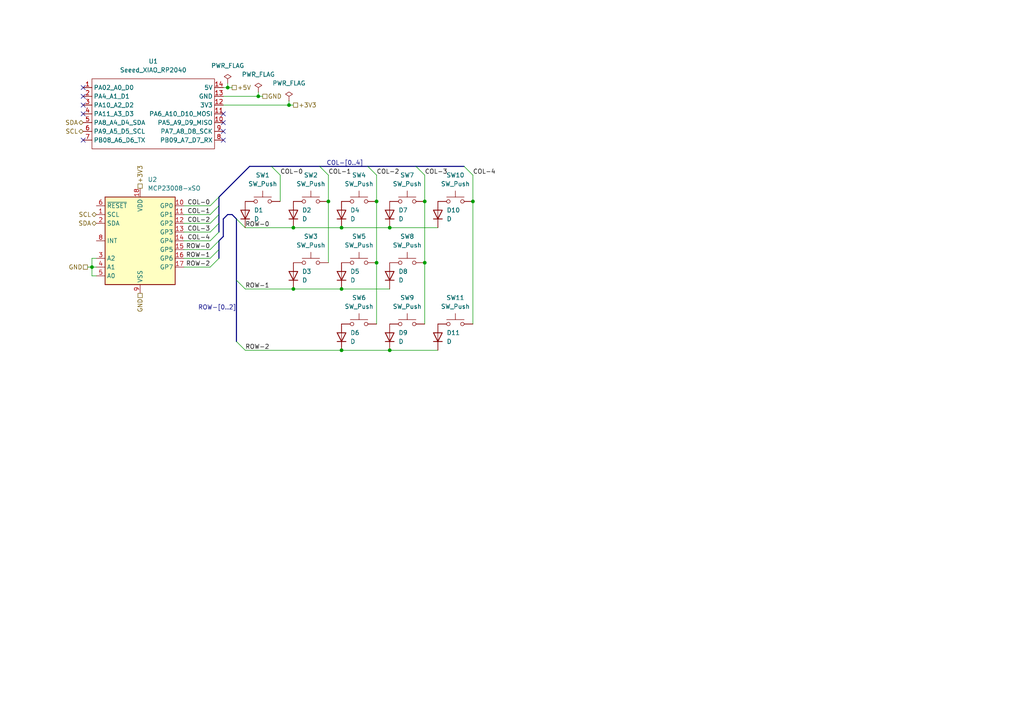
<source format=kicad_sch>
(kicad_sch (version 20231120) (generator "eeschema") (generator_version "8.0")
  (paper "A4")
  (lib_symbols
    (symbol "Device:D" (pin_numbers hide) (pin_names (offset 1.016) hide)
      (property "Reference" "D" (at 0 2.54 0))
      (property "Value" "D" (at 0 -2.54 0))
      (symbol "D_0_1"
        (polyline (pts (xy -1.27 1.27) (xy -1.27 -1.27)) (stroke (width 0.254)))
        (polyline (pts (xy 1.27 0) (xy -1.27 0)))
        (polyline (pts (xy 1.27 1.27) (xy 1.27 -1.27) (xy -1.27 0) (xy 1.27 1.27)) (stroke (width 0.254)))
      )
      (symbol "D_1_1"
        (pin passive line (at -3.81 0 0) (length 2.54) (name "K") (number "1"))
        (pin passive line (at 3.81 0 180) (length 2.54) (name "A") (number "2"))
      )
    )
    (symbol "Interface_Expansion:MCP23008-xSO"
      (property "Reference" "U" (at -8.89 13.97 0))
      (property "Value" "MCP23008-xSO" (at 8.89 13.97 0))
      (symbol "MCP23008-xSO_0_1"
        (rectangle (start -10.16 12.7) (end 10.16 -12.7) (stroke (width 0.254)) (fill (type background)))
      )
      (symbol "MCP23008-xSO_1_1"
        (pin input line (at -12.7 7.62 0) (length 2.54) (name "SCL") (number "1"))
        (pin bidirectional line (at 12.7 10.16 180) (length 2.54) (name "GP0") (number "10"))
        (pin bidirectional line (at 12.7 7.62 180) (length 2.54) (name "GP1") (number "11"))
        (pin bidirectional line (at 12.7 5.08 180) (length 2.54) (name "GP2") (number "12"))
        (pin bidirectional line (at 12.7 2.54 180) (length 2.54) (name "GP3") (number "13"))
        (pin bidirectional line (at 12.7 0 180) (length 2.54) (name "GP4") (number "14"))
        (pin bidirectional line (at 12.7 -2.54 180) (length 2.54) (name "GP5") (number "15"))
        (pin bidirectional line (at 12.7 -5.08 180) (length 2.54) (name "GP6") (number "16"))
        (pin bidirectional line (at 12.7 -7.62 180) (length 2.54) (name "GP7") (number "17"))
        (pin power_in line (at 0 15.24 270) (length 2.54) (name "VDD") (number "18"))
        (pin bidirectional line (at -12.7 5.08 0) (length 2.54) (name "SDA") (number "2"))
        (pin input line (at -12.7 -5.08 0) (length 2.54) (name "A2") (number "3"))
        (pin input line (at -12.7 -7.62 0) (length 2.54) (name "A1") (number "4"))
        (pin input line (at -12.7 -10.16 0) (length 2.54) (name "A0") (number "5"))
        (pin input line (at -12.7 10.16 0) (length 2.54) (name "~{RESET}") (number "6"))
        (pin no_connect line (at -10.16 -2.54 0) (length 2.54) hide (name "NC") (number "7"))
        (pin output line (at -12.7 0 0) (length 2.54) (name "INT") (number "8"))
        (pin power_in line (at 0 -15.24 90) (length 2.54) (name "VSS") (number "9"))
      )
    )
    (symbol "Seeeduino_XIAO_RP2040:MOUDLE-SEEEDUINO-XIAO"
      (property "Reference" "U" (at -16.51 11.43 0))
      (property "Value" "MOUDLE-SEEEDUINO-XIAO" (at -3.81 -11.43 0))
      (symbol "MOUDLE-SEEEDUINO-XIAO_0_1"
        (rectangle (start -16.51 10.16) (end 19.05 -10.16))
      )
      (symbol "MOUDLE-SEEEDUINO-XIAO_1_1"
        (pin passive line (at -19.05 7.62 0) (length 2.54) (name "PA02_A0_D0") (number "1"))
        (pin passive line (at 21.59 -2.54 180) (length 2.54) (name "PA5_A9_D9_MISO") (number "10"))
        (pin passive line (at 21.59 0 180) (length 2.54) (name "PA6_A10_D10_MOSI") (number "11"))
        (pin passive line (at 21.59 2.54 180) (length 2.54) (name "3V3") (number "12"))
        (pin passive line (at 21.59 5.08 180) (length 2.54) (name "GND") (number "13"))
        (pin passive line (at 21.59 7.62 180) (length 2.54) (name "5V") (number "14"))
        (pin passive line (at -19.05 5.08 0) (length 2.54) (name "PA4_A1_D1") (number "2"))
        (pin passive line (at -19.05 2.54 0) (length 2.54) (name "PA10_A2_D2") (number "3"))
        (pin passive line (at -19.05 0 0) (length 2.54) (name "PA11_A3_D3") (number "4"))
        (pin passive line (at -19.05 -2.54 0) (length 2.54) (name "PA8_A4_D4_SDA") (number "5"))
        (pin passive line (at -19.05 -5.08 0) (length 2.54) (name "PA9_A5_D5_SCL") (number "6"))
        (pin passive line (at -19.05 -7.62 0) (length 2.54) (name "PB08_A6_D6_TX") (number "7"))
        (pin passive line (at 21.59 -7.62 180) (length 2.54) (name "PB09_A7_D7_RX") (number "8"))
        (pin passive line (at 21.59 -5.08 180) (length 2.54) (name "PA7_A8_D8_SCK") (number "9"))
      )
    )
    (symbol "Switch:SW_Push" (pin_numbers hide) (pin_names (offset 1.016) hide)
      (property "Reference" "SW" (at 1.27 2.54 0))
      (property "Value" "SW_Push" (at 0 -1.524 0))
      (symbol "SW_Push_0_1"
        (circle (center -2.032 0) (radius 0.508))
        (polyline (pts (xy 0 1.27) (xy 0 3.048)))
        (polyline (pts (xy 2.54 1.27) (xy -2.54 1.27)))
        (circle (center 2.032 0) (radius 0.508))
        (pin passive line (at -5.08 0 0) (length 2.54) (name "1") (number "1"))
        (pin passive line (at 5.08 0 180) (length 2.54) (name "2") (number "2"))
      )
    )
    (symbol "power:PWR_FLAG" (power) (pin_numbers hide) (pin_names (offset 0) hide)
      (property "Value" "PWR_FLAG" (at 0 3.81 0))
      (symbol "PWR_FLAG_0_0"
        (pin power_out line (at 0 0 90) (length 0) (name "~") (number "1"))
      )
      (symbol "PWR_FLAG_0_1"
        (polyline (pts (xy 0 0) (xy 0 1.27) (xy -1.016 1.905) (xy 0 2.54) (xy 1.016 1.905) (xy 0 1.27)))
      )
    )
  )
  (junction (at 85.09 66.04))
  (junction (at 123.19 76.2))
  (junction (at 99.06 101.6))
  (junction (at 113.03 66.04))
  (junction (at 26.67 77.47))
  (junction (at 74.93 27.94))
  (junction (at 99.06 83.82))
  (junction (at 99.06 66.04))
  (junction (at 137.16 58.42))
  (junction (at 123.19 58.42))
  (junction (at 95.25 58.42))
  (junction (at 66.04 25.4))
  (junction (at 113.03 101.6))
  (junction (at 85.09 83.82))
  (junction (at 83.82 30.48))
  (junction (at 109.22 76.2))
  (junction (at 109.22 58.42))
  (no_connect (at 64.77 40.64))
  (no_connect (at 24.13 33.02))
  (no_connect (at 24.13 25.4))
  (no_connect (at 24.13 30.48))
  (no_connect (at 24.13 27.94))
  (no_connect (at 24.13 40.64))
  (no_connect (at 64.77 38.1))
  (no_connect (at 64.77 35.56))
  (no_connect (at 64.77 33.02))
  (bus_entry (at 63.5 64.77) (size -2.54 2.54))
  (bus_entry (at 60.96 74.93) (size 2.54 -2.54))
  (bus_entry (at 63.5 62.23) (size -2.54 2.54))
  (bus_entry (at 63.5 59.69) (size -2.54 2.54))
  (bus_entry (at 63.5 67.31) (size -2.54 2.54))
  (bus_entry (at 63.5 57.15) (size -2.54 2.54))
  (bus_entry (at 120.65 48.26) (size 2.54 2.54))
  (bus_entry (at 68.58 81.28) (size 2.54 2.54))
  (bus_entry (at 68.58 63.5) (size 2.54 2.54))
  (bus_entry (at 60.96 77.47) (size 2.54 -2.54))
  (bus_entry (at 106.68 48.26) (size 2.54 2.54))
  (bus_entry (at 134.62 48.26) (size 2.54 2.54))
  (bus_entry (at 60.96 72.39) (size 2.54 -2.54))
  (bus_entry (at 92.71 48.26) (size 2.54 2.54))
  (bus_entry (at 78.74 48.26) (size 2.54 2.54))
  (bus_entry (at 68.58 99.06) (size 2.54 2.54))
  (bus (pts (xy 68.58 81.28) (xy 68.58 99.06)))
  (wire (pts (xy 26.67 74.93) (xy 26.67 77.47)))
  (bus (pts (xy 64.77 63.5) (xy 64.77 68.58)))
  (wire (pts (xy 123.19 76.2) (xy 123.19 93.98)))
  (wire (pts (xy 137.16 58.42) (xy 137.16 93.98)))
  (wire (pts (xy 64.77 30.48) (xy 83.82 30.48)))
  (bus (pts (xy 63.5 64.77) (xy 63.5 67.31)))
  (bus (pts (xy 63.5 57.15) (xy 72.39 48.26)))
  (wire (pts (xy 26.67 74.93) (xy 27.94 74.93)))
  (bus (pts (xy 92.71 48.26) (xy 106.68 48.26)))
  (wire (pts (xy 66.04 24.13) (xy 66.04 25.4)))
  (bus (pts (xy 63.5 69.85) (xy 63.5 72.39)))
  (bus (pts (xy 66.04 62.23) (xy 64.77 63.5)))
  (wire (pts (xy 83.82 29.21) (xy 83.82 30.48)))
  (wire (pts (xy 74.93 26.67) (xy 74.93 27.94)))
  (wire (pts (xy 109.22 58.42) (xy 109.22 76.2)))
  (bus (pts (xy 63.5 72.39) (xy 63.5 74.93)))
  (wire (pts (xy 71.12 83.82) (xy 85.09 83.82)))
  (wire (pts (xy 99.06 83.82) (xy 113.03 83.82)))
  (wire (pts (xy 109.22 50.8) (xy 109.22 58.42)))
  (wire (pts (xy 113.03 101.6) (xy 127 101.6)))
  (wire (pts (xy 85.09 30.48) (xy 83.82 30.48)))
  (wire (pts (xy 85.09 83.82) (xy 99.06 83.82)))
  (wire (pts (xy 53.34 74.93) (xy 60.96 74.93)))
  (wire (pts (xy 53.34 77.47) (xy 60.96 77.47)))
  (wire (pts (xy 53.34 67.31) (xy 60.96 67.31)))
  (wire (pts (xy 25.4 77.47) (xy 26.67 77.47)))
  (wire (pts (xy 53.34 69.85) (xy 60.96 69.85)))
  (wire (pts (xy 53.34 59.69) (xy 60.96 59.69)))
  (wire (pts (xy 123.19 50.8) (xy 123.19 58.42)))
  (wire (pts (xy 26.67 77.47) (xy 26.67 80.01)))
  (bus (pts (xy 66.04 62.23) (xy 67.31 62.23)))
  (bus (pts (xy 64.77 68.58) (xy 63.5 69.85)))
  (wire (pts (xy 95.25 50.8) (xy 95.25 58.42)))
  (bus (pts (xy 78.74 48.26) (xy 92.71 48.26)))
  (wire (pts (xy 53.34 62.23) (xy 60.96 62.23)))
  (wire (pts (xy 71.12 66.04) (xy 85.09 66.04)))
  (bus (pts (xy 63.5 62.23) (xy 63.5 64.77)))
  (wire (pts (xy 53.34 72.39) (xy 60.96 72.39)))
  (wire (pts (xy 81.28 50.8) (xy 81.28 58.42)))
  (wire (pts (xy 99.06 101.6) (xy 113.03 101.6)))
  (wire (pts (xy 53.34 64.77) (xy 60.96 64.77)))
  (bus (pts (xy 63.5 57.15) (xy 63.5 59.69)))
  (wire (pts (xy 67.31 25.4) (xy 66.04 25.4)))
  (wire (pts (xy 99.06 66.04) (xy 113.03 66.04)))
  (bus (pts (xy 68.58 63.5) (xy 68.58 81.28)))
  (wire (pts (xy 113.03 66.04) (xy 127 66.04)))
  (wire (pts (xy 95.25 58.42) (xy 95.25 76.2)))
  (bus (pts (xy 63.5 59.69) (xy 63.5 62.23)))
  (bus (pts (xy 72.39 48.26) (xy 78.74 48.26)))
  (wire (pts (xy 71.12 101.6) (xy 99.06 101.6)))
  (bus (pts (xy 68.58 63.5) (xy 67.31 62.23)))
  (bus (pts (xy 120.65 48.26) (xy 134.62 48.26)))
  (wire (pts (xy 109.22 76.2) (xy 109.22 93.98)))
  (wire (pts (xy 76.2 27.94) (xy 74.93 27.94)))
  (wire (pts (xy 26.67 80.01) (xy 27.94 80.01)))
  (bus (pts (xy 106.68 48.26) (xy 120.65 48.26)))
  (wire (pts (xy 137.16 50.8) (xy 137.16 58.42)))
  (wire (pts (xy 85.09 66.04) (xy 99.06 66.04)))
  (wire (pts (xy 66.04 25.4) (xy 64.77 25.4)))
  (wire (pts (xy 26.67 77.47) (xy 27.94 77.47)))
  (wire (pts (xy 123.19 58.42) (xy 123.19 76.2)))
  (wire (pts (xy 64.77 27.94) (xy 74.93 27.94)))
  (label "COL-0" (at 81.28 50.8 0))
  (label "ROW-0" (at 60.96 72.39 180))
  (label "ROW-1" (at 60.96 74.93 180))
  (label "ROW-2" (at 71.12 101.6 0))
  (label "COL-0" (at 60.96 59.69 180))
  (label "COL-[0..4]" (at 105.41 48.26 180))
  (label "ROW-[0..2]" (at 68.58 90.17 180))
  (label "ROW-1" (at 71.12 83.82 0))
  (label "COL-2" (at 109.22 50.8 0))
  (label "COL-4" (at 137.16 50.8 0))
  (label "ROW-0" (at 71.12 66.04 0))
  (label "ROW-2" (at 60.96 77.47 180))
  (label "COL-1" (at 95.25 50.8 0))
  (label "COL-4" (at 60.96 69.85 180))
  (label "COL-2" (at 60.96 64.77 180))
  (label "COL-3" (at 60.96 67.31 180))
  (label "COL-1" (at 60.96 62.23 180))
  (label "COL-3" (at 123.19 50.8 0))
  (hierarchical_label "SDA" (shape bidirectional) (at 24.13 35.56 180))
  (hierarchical_label "SCL" (shape bidirectional) (at 24.13 38.1 180))
  (hierarchical_label "SCL" (shape bidirectional) (at 27.94 62.23 180))
  (hierarchical_label "SDA" (shape bidirectional) (at 27.94 64.77 180))
  (hierarchical_label "GND" (shape passive) (at 40.64 85.09 270))
  (hierarchical_label "GND" (shape passive) (at 25.4 77.47 180))
  (hierarchical_label "+5V" (shape passive) (at 67.31 25.4 0))
  (hierarchical_label "GND" (shape passive) (at 76.2 27.94 0))
  (hierarchical_label "+3V3" (shape passive) (at 40.64 54.61 90))
  (hierarchical_label "+3V3" (shape passive) (at 85.09 30.48 0))
  (symbol (lib_id "Device:D") (at 85.09 80.01 90) (unit 1)
    (property "Reference" "D3" (at 87.63 78.7399 90) (effects (justify right)))
    (property "Value" "D" (at 87.63 81.2799 90) (effects (justify right)))
    (property "Footprint" "Diode_SMD:D_0603_1608Metric" (effects (hide yes)))
    (property "Description" "Diode" (effects (hide yes)))
    (property "Sim.Device" "D" (effects (hide yes)))
    (property "Sim.Pins" "1=K 2=A" (effects (hide yes)))
  )
  (symbol (lib_id "Seeeduino_XIAO_RP2040:MOUDLE-SEEEDUINO-XIAO") (at 43.18 33.02 0) (unit 1)
    (property "Reference" "U1" (at 44.45 17.78 0))
    (property "Value" "Seeed_XIAO_RP2040" (at 44.45 20.32 0))
    (property "Footprint" "Seeed_XIAO_RP2040:MOUDLE14P-2.54-21X17.8MM" (effects (hide yes)))
  )
  (symbol (lib_id "power:PWR_FLAG") (at 83.82 29.21 0) (unit 1)
    (property "Reference" "#FLG03" (effects (hide yes)))
    (property "Value" "PWR_FLAG" (at 83.82 24.13 0))
    (property "Description" "Special symbol for telling ERC where power comes from" (effects (hide yes)))
  )
  (symbol (lib_id "Switch:SW_Push") (at 76.2 58.42 0) (unit 1)
    (property "Reference" "SW1" (at 76.2 50.8 0))
    (property "Value" "SW_Push" (at 76.2 53.34 0))
    (property "Footprint" "MX_Hotswap:MX-Hotswap-2U-Vertical-ReversedStabilizers" (effects (hide yes)))
    (property "Description" "Push button switch, generic, two pins" (effects (hide yes)))
  )
  (symbol (lib_id "Interface_Expansion:MCP23008-xSO") (at 40.64 69.85 0) (unit 1)
    (property "Reference" "U2" (at 42.8341 52.07 0) (effects (justify left)))
    (property "Value" "MCP23008-xSO" (at 42.8341 54.61 0) (effects (justify left)))
    (property "Footprint" "Package_SO:SOIC-18W_7.5x11.6mm_P1.27mm" (effects (hide yes)))
    (property "Datasheet" "http://ww1.microchip.com/downloads/en/DeviceDoc/MCP23008-MCP23S08-Data-Sheet-20001919F.pdf" (effects (hide yes)))
    (property "Description" "8-bit I/O expander, I2C, interrupts, SOIC-18" (effects (hide yes)))
  )
  (symbol (lib_id "power:PWR_FLAG") (at 66.04 24.13 0) (unit 1)
    (property "Reference" "#FLG01" (effects (hide yes)))
    (property "Value" "PWR_FLAG" (at 66.04 19.05 0))
    (property "Description" "Special symbol for telling ERC where power comes from" (effects (hide yes)))
  )
  (symbol (lib_id "Switch:SW_Push") (at 104.14 58.42 0) (unit 1)
    (property "Reference" "SW4" (at 104.14 50.8 0))
    (property "Value" "SW_Push" (at 104.14 53.34 0))
    (property "Footprint" "MX_Hotswap:MX-Hotswap-1U" (effects (hide yes)))
    (property "Description" "Push button switch, generic, two pins" (effects (hide yes)))
  )
  (symbol (lib_id "Switch:SW_Push") (at 132.08 93.98 0) (unit 1)
    (property "Reference" "SW11" (at 132.08 86.36 0))
    (property "Value" "SW_Push" (at 132.08 88.9 0))
    (property "Footprint" "MX_Hotswap:MX-Hotswap-1U" (effects (hide yes)))
    (property "Description" "Push button switch, generic, two pins" (effects (hide yes)))
  )
  (symbol (lib_id "Device:D") (at 113.03 97.79 90) (unit 1)
    (property "Reference" "D9" (at 115.57 96.5199 90) (effects (justify right)))
    (property "Value" "D" (at 115.57 99.0599 90) (effects (justify right)))
    (property "Footprint" "Diode_SMD:D_0603_1608Metric" (effects (hide yes)))
    (property "Description" "Diode" (effects (hide yes)))
    (property "Sim.Device" "D" (effects (hide yes)))
    (property "Sim.Pins" "1=K 2=A" (effects (hide yes)))
  )
  (symbol (lib_id "Device:D") (at 99.06 80.01 90) (unit 1)
    (property "Reference" "D5" (at 101.6 78.7399 90) (effects (justify right)))
    (property "Value" "D" (at 101.6 81.2799 90) (effects (justify right)))
    (property "Footprint" "Diode_SMD:D_0603_1608Metric" (effects (hide yes)))
    (property "Description" "Diode" (effects (hide yes)))
    (property "Sim.Device" "D" (effects (hide yes)))
    (property "Sim.Pins" "1=K 2=A" (effects (hide yes)))
  )
  (symbol (lib_id "Device:D") (at 127 62.23 90) (unit 1)
    (property "Reference" "D10" (at 129.54 60.9599 90) (effects (justify right)))
    (property "Value" "D" (at 129.54 63.4999 90) (effects (justify right)))
    (property "Footprint" "Diode_SMD:D_0603_1608Metric" (effects (hide yes)))
    (property "Description" "Diode" (effects (hide yes)))
    (property "Sim.Device" "D" (effects (hide yes)))
    (property "Sim.Pins" "1=K 2=A" (effects (hide yes)))
  )
  (symbol (lib_id "Device:D") (at 99.06 62.23 90) (unit 1)
    (property "Reference" "D4" (at 101.6 60.9599 90) (effects (justify right)))
    (property "Value" "D" (at 101.6 63.4999 90) (effects (justify right)))
    (property "Footprint" "Diode_SMD:D_0603_1608Metric" (effects (hide yes)))
    (property "Description" "Diode" (effects (hide yes)))
    (property "Sim.Device" "D" (effects (hide yes)))
    (property "Sim.Pins" "1=K 2=A" (effects (hide yes)))
  )
  (symbol (lib_id "power:PWR_FLAG") (at 74.93 26.67 0) (unit 1)
    (property "Reference" "#FLG02" (effects (hide yes)))
    (property "Value" "PWR_FLAG" (at 74.93 21.59 0))
    (property "Description" "Special symbol for telling ERC where power comes from" (effects (hide yes)))
  )
  (symbol (lib_id "Switch:SW_Push") (at 118.11 76.2 0) (unit 1)
    (property "Reference" "SW8" (at 118.11 68.58 0))
    (property "Value" "SW_Push" (at 118.11 71.12 0))
    (property "Footprint" "MX_Hotswap:MX-Hotswap-1U" (effects (hide yes)))
    (property "Description" "Push button switch, generic, two pins" (effects (hide yes)))
  )
  (symbol (lib_id "Switch:SW_Push") (at 118.11 58.42 0) (unit 1)
    (property "Reference" "SW7" (at 118.11 50.8 0))
    (property "Value" "SW_Push" (at 118.11 53.34 0))
    (property "Footprint" "MX_Hotswap:MX-Hotswap-1U" (effects (hide yes)))
    (property "Description" "Push button switch, generic, two pins" (effects (hide yes)))
  )
  (symbol (lib_id "Device:D") (at 113.03 80.01 90) (unit 1)
    (property "Reference" "D8" (at 115.57 78.7399 90) (effects (justify right)))
    (property "Value" "D" (at 115.57 81.2799 90) (effects (justify right)))
    (property "Footprint" "Diode_SMD:D_0603_1608Metric" (effects (hide yes)))
    (property "Description" "Diode" (effects (hide yes)))
    (property "Sim.Device" "D" (effects (hide yes)))
    (property "Sim.Pins" "1=K 2=A" (effects (hide yes)))
  )
  (symbol (lib_id "Switch:SW_Push") (at 104.14 93.98 0) (unit 1)
    (property "Reference" "SW6" (at 104.14 86.36 0))
    (property "Value" "SW_Push" (at 104.14 88.9 0))
    (property "Footprint" "MX_Hotswap:MX-Hotswap-1U" (effects (hide yes)))
    (property "Description" "Push button switch, generic, two pins" (effects (hide yes)))
  )
  (symbol (lib_id "Device:D") (at 71.12 62.23 90) (unit 1)
    (property "Reference" "D1" (at 73.66 60.9599 90) (effects (justify right)))
    (property "Value" "D" (at 73.66 63.4999 90) (effects (justify right)))
    (property "Footprint" "Diode_SMD:D_0603_1608Metric" (effects (hide yes)))
    (property "Description" "Diode" (effects (hide yes)))
    (property "Sim.Device" "D" (effects (hide yes)))
    (property "Sim.Pins" "1=K 2=A" (effects (hide yes)))
  )
  (symbol (lib_id "Switch:SW_Push") (at 90.17 58.42 0) (unit 1)
    (property "Reference" "SW2" (at 90.17 50.8 0))
    (property "Value" "SW_Push" (at 90.17 53.34 0))
    (property "Footprint" "MX_Hotswap:MX-Hotswap-1U" (effects (hide yes)))
    (property "Description" "Push button switch, generic, two pins" (effects (hide yes)))
  )
  (symbol (lib_id "Device:D") (at 127 97.79 90) (unit 1)
    (property "Reference" "D11" (at 129.54 96.5199 90) (effects (justify right)))
    (property "Value" "D" (at 129.54 99.0599 90) (effects (justify right)))
    (property "Footprint" "Diode_SMD:D_0603_1608Metric" (effects (hide yes)))
    (property "Description" "Diode" (effects (hide yes)))
    (property "Sim.Device" "D" (effects (hide yes)))
    (property "Sim.Pins" "1=K 2=A" (effects (hide yes)))
  )
  (symbol (lib_id "Switch:SW_Push") (at 132.08 58.42 0) (unit 1)
    (property "Reference" "SW10" (at 132.08 50.8 0))
    (property "Value" "SW_Push" (at 132.08 53.34 0))
    (property "Footprint" "MX_Hotswap:MX-Hotswap-2U-Vertical" (effects (hide yes)))
    (property "Description" "Push button switch, generic, two pins" (effects (hide yes)))
  )
  (symbol (lib_id "Device:D") (at 113.03 62.23 90) (unit 1)
    (property "Reference" "D7" (at 115.57 60.9599 90) (effects (justify right)))
    (property "Value" "D" (at 115.57 63.4999 90) (effects (justify right)))
    (property "Footprint" "Diode_SMD:D_0603_1608Metric" (effects (hide yes)))
    (property "Description" "Diode" (effects (hide yes)))
    (property "Sim.Device" "D" (effects (hide yes)))
    (property "Sim.Pins" "1=K 2=A" (effects (hide yes)))
  )
  (symbol (lib_id "Switch:SW_Push") (at 118.11 93.98 0) (unit 1)
    (property "Reference" "SW9" (at 118.11 86.36 0))
    (property "Value" "SW_Push" (at 118.11 88.9 0))
    (property "Footprint" "MX_Hotswap:MX-Hotswap-1U" (effects (hide yes)))
    (property "Description" "Push button switch, generic, two pins" (effects (hide yes)))
  )
  (symbol (lib_id "Device:D") (at 85.09 62.23 90) (unit 1)
    (property "Reference" "D2" (at 87.63 60.9599 90) (effects (justify right)))
    (property "Value" "D" (at 87.63 63.4999 90) (effects (justify right)))
    (property "Footprint" "Diode_SMD:D_0603_1608Metric" (effects (hide yes)))
    (property "Description" "Diode" (effects (hide yes)))
    (property "Sim.Device" "D" (effects (hide yes)))
    (property "Sim.Pins" "1=K 2=A" (effects (hide yes)))
  )
  (symbol (lib_id "Device:D") (at 99.06 97.79 90) (unit 1)
    (property "Reference" "D6" (at 101.6 96.5199 90) (effects (justify right)))
    (property "Value" "D" (at 101.6 99.0599 90) (effects (justify right)))
    (property "Footprint" "Diode_SMD:D_0603_1608Metric" (effects (hide yes)))
    (property "Description" "Diode" (effects (hide yes)))
    (property "Sim.Device" "D" (effects (hide yes)))
    (property "Sim.Pins" "1=K 2=A" (effects (hide yes)))
  )
  (symbol (lib_id "Switch:SW_Push") (at 104.14 76.2 0) (unit 1)
    (property "Reference" "SW5" (at 104.14 68.58 0))
    (property "Value" "SW_Push" (at 104.14 71.12 0))
    (property "Footprint" "MX_Hotswap:MX-Hotswap-1U" (effects (hide yes)))
    (property "Description" "Push button switch, generic, two pins" (effects (hide yes)))
  )
  (symbol (lib_id "Switch:SW_Push") (at 90.17 76.2 0) (unit 1)
    (property "Reference" "SW3" (at 90.17 68.58 0))
    (property "Value" "SW_Push" (at 90.17 71.12 0))
    (property "Footprint" "MX_Hotswap:MX-Hotswap-1U" (effects (hide yes)))
    (property "Description" "Push button switch, generic, two pins" (effects (hide yes)))
  )
)
</source>
